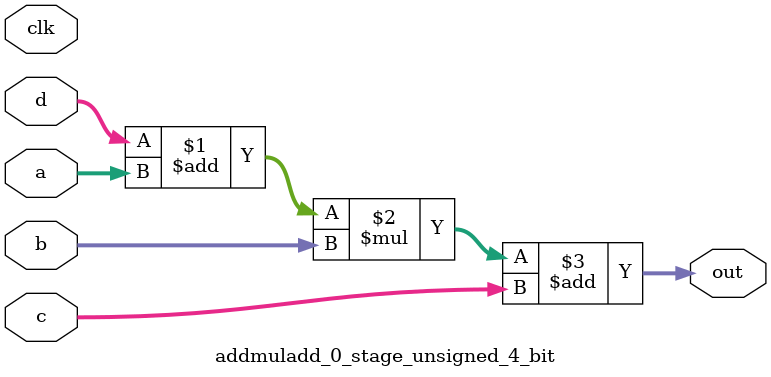
<source format=sv>
(* use_dsp = "yes" *) module addmuladd_0_stage_unsigned_4_bit(
	input  [3:0] a,
	input  [3:0] b,
	input  [3:0] c,
	input  [3:0] d,
	output [3:0] out,
	input clk);

	assign out = ((d + a) * b) + c;
endmodule

</source>
